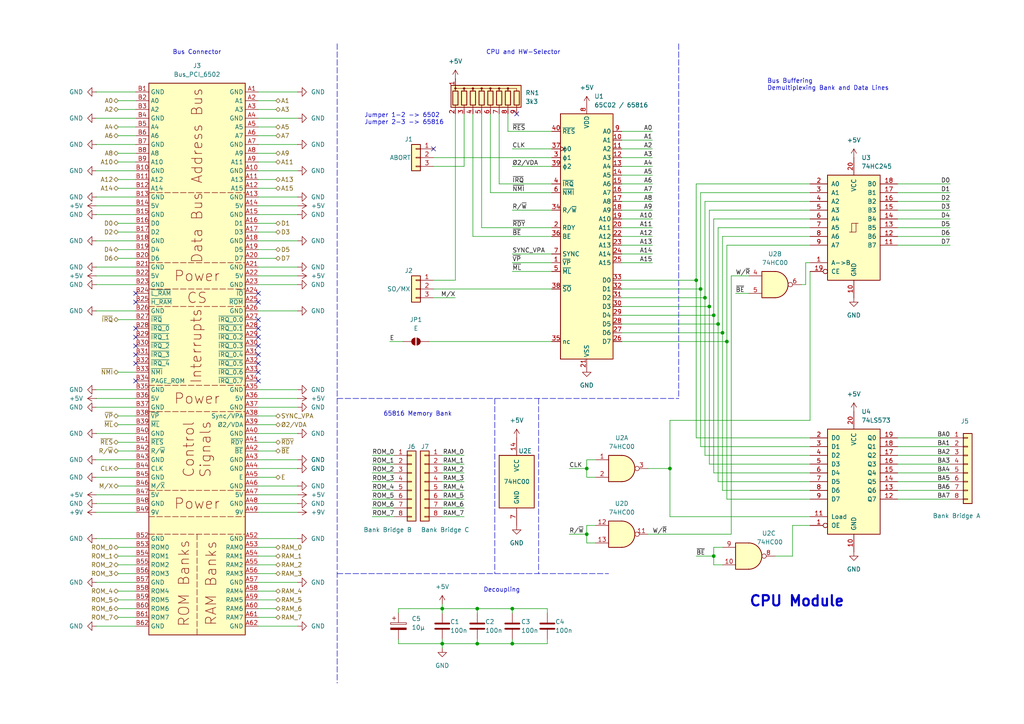
<source format=kicad_sch>
(kicad_sch (version 20231120) (generator "eeschema") (generator_version "8.0")
  (paper "A4")
  (title_block (title "S65xx Computer System") (date "2024-06-30") (rev "1.0") (company "Synthron"))
  (junction (at 210.82 99.06))
  (junction (at 170.18 135.89))
  (junction (at 209.55 96.52))
  (junction (at 138.43 186.69))
  (junction (at 204.47 86.36))
  (junction (at 208.28 93.98))
  (junction (at 205.74 88.9))
  (junction (at 128.27 176.53))
  (junction (at 201.93 81.28))
  (junction (at 207.01 161.29))
  (junction (at 203.2 83.82))
  (junction (at 170.18 154.94))
  (junction (at 138.43 176.53))
  (junction (at 207.01 91.44))
  (junction (at 128.27 186.69))
  (junction (at 148.59 186.69))
  (junction (at 148.59 176.53))
  (junction (at 194.31 135.89))
  (no_connect (at 39.37 85.09))
  (no_connect (at 39.37 100.33))
  (no_connect (at 39.37 97.79))
  (no_connect (at 39.37 95.25))
  (no_connect (at 39.37 105.41))
  (no_connect (at 39.37 110.49))
  (no_connect (at 74.93 105.41))
  (no_connect (at 39.37 102.87))
  (no_connect (at 149.86 33.02))
  (no_connect (at 74.93 87.63))
  (no_connect (at 125.73 43.18))
  (no_connect (at 74.93 102.87))
  (no_connect (at 74.93 100.33))
  (no_connect (at 74.93 107.95))
  (no_connect (at 74.93 85.09))
  (no_connect (at 74.93 92.71))
  (no_connect (at 74.93 95.25))
  (no_connect (at 74.93 97.79))
  (no_connect (at 39.37 87.63))
  (no_connect (at 74.93 110.49))
  (wire (pts (xy 142.24 55.88) (xy 142.24 33.02)))
  (wire (pts (xy 233.68 76.2) (xy 234.95 76.2)))
  (wire (pts (xy 148.59 78.74) (xy 160.02 78.74)))
  (wire (pts (xy 86.36 26.67) (xy 74.93 26.67)))
  (wire (pts (xy 189.23 73.66) (xy 180.34 73.66)))
  (wire (pts (xy 86.36 133.35) (xy 74.93 133.35)))
  (wire (pts (xy 260.35 58.42) (xy 275.59 58.42)))
  (wire (pts (xy 27.94 62.23) (xy 39.37 62.23)))
  (wire (pts (xy 34.29 54.61) (xy 39.37 54.61)))
  (wire (pts (xy 134.62 149.86) (xy 128.27 149.86)))
  (wire (pts (xy 170.18 157.48) (xy 170.18 154.94)))
  (wire (pts (xy 148.59 60.96) (xy 160.02 60.96)))
  (wire (pts (xy 80.01 44.45) (xy 74.93 44.45)))
  (wire (pts (xy 86.36 143.51) (xy 74.93 143.51)))
  (wire (pts (xy 189.23 50.8) (xy 180.34 50.8)))
  (wire (pts (xy 189.23 68.58) (xy 180.34 68.58)))
  (wire (pts (xy 107.95 142.24) (xy 114.3 142.24)))
  (polyline (pts (xy 97.79 166.37) (xy 176.53 166.37)) (stroke (width 0) (type dash)))
  (wire (pts (xy 260.35 66.04) (xy 275.59 66.04)))
  (wire (pts (xy 134.62 134.62) (xy 128.27 134.62)))
  (wire (pts (xy 34.29 31.75) (xy 39.37 31.75)))
  (wire (pts (xy 209.55 96.52) (xy 209.55 142.24)))
  (wire (pts (xy 128.27 186.69) (xy 138.43 186.69)))
  (wire (pts (xy 210.82 99.06) (xy 210.82 144.78)))
  (wire (pts (xy 34.29 29.21) (xy 39.37 29.21)))
  (wire (pts (xy 209.55 163.83) (xy 207.01 163.83)))
  (wire (pts (xy 187.96 154.94) (xy 212.09 154.94)))
  (wire (pts (xy 34.29 72.39) (xy 39.37 72.39)))
  (wire (pts (xy 86.36 77.47) (xy 74.93 77.47)))
  (wire (pts (xy 170.18 138.43) (xy 170.18 135.89)))
  (wire (pts (xy 210.82 71.12) (xy 234.95 71.12)))
  (wire (pts (xy 115.57 177.8) (xy 115.57 176.53)))
  (wire (pts (xy 260.35 127) (xy 275.59 127)))
  (wire (pts (xy 27.94 138.43) (xy 39.37 138.43)))
  (wire (pts (xy 260.35 60.96) (xy 275.59 60.96)))
  (wire (pts (xy 208.28 139.7) (xy 234.95 139.7)))
  (wire (pts (xy 194.31 135.89) (xy 194.31 149.86)))
  (wire (pts (xy 107.95 137.16) (xy 114.3 137.16)))
  (wire (pts (xy 80.01 171.45) (xy 74.93 171.45)))
  (wire (pts (xy 224.79 161.29) (xy 229.87 161.29)))
  (wire (pts (xy 34.29 44.45) (xy 39.37 44.45)))
  (wire (pts (xy 80.01 179.07) (xy 74.93 179.07)))
  (wire (pts (xy 212.09 80.01) (xy 217.17 80.01)))
  (polyline (pts (xy 196.85 12.7) (xy 196.85 115.57)) (stroke (width 0) (type dash)))
  (wire (pts (xy 80.01 64.77) (xy 74.93 64.77)))
  (wire (pts (xy 210.82 99.06) (xy 210.82 71.12)))
  (wire (pts (xy 27.94 77.47) (xy 39.37 77.47)))
  (wire (pts (xy 80.01 123.19) (xy 74.93 123.19)))
  (wire (pts (xy 170.18 138.43) (xy 172.72 138.43)))
  (wire (pts (xy 172.72 157.48) (xy 170.18 157.48)))
  (wire (pts (xy 208.28 66.04) (xy 234.95 66.04)))
  (wire (pts (xy 134.62 144.78) (xy 128.27 144.78)))
  (wire (pts (xy 189.23 40.64) (xy 180.34 40.64)))
  (wire (pts (xy 229.87 161.29) (xy 229.87 152.4)))
  (wire (pts (xy 34.29 92.71) (xy 39.37 92.71)))
  (wire (pts (xy 134.62 147.32) (xy 128.27 147.32)))
  (wire (pts (xy 128.27 186.69) (xy 128.27 187.96)))
  (wire (pts (xy 34.29 171.45) (xy 39.37 171.45)))
  (wire (pts (xy 187.96 135.89) (xy 194.31 135.89)))
  (wire (pts (xy 209.55 96.52) (xy 209.55 68.58)))
  (wire (pts (xy 201.93 81.28) (xy 201.93 127)))
  (wire (pts (xy 34.29 128.27) (xy 39.37 128.27)))
  (wire (pts (xy 107.95 132.08) (xy 114.3 132.08)))
  (polyline (pts (xy 143.51 115.57) (xy 143.51 166.37)) (stroke (width 0) (type dash)))
  (wire (pts (xy 80.01 74.93) (xy 74.93 74.93)))
  (wire (pts (xy 80.01 161.29) (xy 74.93 161.29)))
  (wire (pts (xy 34.29 135.89) (xy 39.37 135.89)))
  (wire (pts (xy 203.2 129.54) (xy 234.95 129.54)))
  (wire (pts (xy 260.35 137.16) (xy 275.59 137.16)))
  (wire (pts (xy 34.29 107.95) (xy 39.37 107.95)))
  (wire (pts (xy 125.73 45.72) (xy 160.02 45.72)))
  (wire (pts (xy 189.23 43.18) (xy 180.34 43.18)))
  (wire (pts (xy 137.16 68.58) (xy 137.16 33.02)))
  (wire (pts (xy 86.36 62.23) (xy 74.93 62.23)))
  (wire (pts (xy 80.01 120.65) (xy 74.93 120.65)))
  (wire (pts (xy 148.59 186.69) (xy 158.75 186.69)))
  (wire (pts (xy 27.94 115.57) (xy 39.37 115.57)))
  (wire (pts (xy 203.2 83.82) (xy 203.2 55.88)))
  (wire (pts (xy 27.94 26.67) (xy 39.37 26.67)))
  (wire (pts (xy 205.74 134.62) (xy 234.95 134.62)))
  (wire (pts (xy 34.29 140.97) (xy 39.37 140.97)))
  (wire (pts (xy 34.29 36.83) (xy 39.37 36.83)))
  (wire (pts (xy 207.01 91.44) (xy 207.01 137.16)))
  (wire (pts (xy 189.23 38.1) (xy 180.34 38.1)))
  (wire (pts (xy 34.29 64.77) (xy 39.37 64.77)))
  (wire (pts (xy 86.36 113.03) (xy 74.93 113.03)))
  (wire (pts (xy 80.01 52.07) (xy 74.93 52.07)))
  (wire (pts (xy 128.27 176.53) (xy 128.27 177.8)))
  (wire (pts (xy 80.01 138.43) (xy 74.93 138.43)))
  (wire (pts (xy 138.43 176.53) (xy 148.59 176.53)))
  (wire (pts (xy 201.93 81.28) (xy 201.93 53.34)))
  (wire (pts (xy 128.27 185.42) (xy 128.27 186.69)))
  (wire (pts (xy 260.35 68.58) (xy 275.59 68.58)))
  (wire (pts (xy 170.18 152.4) (xy 172.72 152.4)))
  (wire (pts (xy 34.29 74.93) (xy 39.37 74.93)))
  (wire (pts (xy 80.01 173.99) (xy 74.93 173.99)))
  (polyline (pts (xy 97.79 115.57) (xy 196.85 115.57)) (stroke (width 0) (type dash)))
  (wire (pts (xy 124.46 99.06) (xy 160.02 99.06)))
  (wire (pts (xy 205.74 88.9) (xy 205.74 60.96)))
  (wire (pts (xy 170.18 154.94) (xy 170.18 152.4)))
  (wire (pts (xy 80.01 163.83) (xy 74.93 163.83)))
  (wire (pts (xy 139.7 66.04) (xy 160.02 66.04)))
  (wire (pts (xy 80.01 31.75) (xy 74.93 31.75)))
  (wire (pts (xy 86.36 57.15) (xy 74.93 57.15)))
  (wire (pts (xy 134.62 132.08) (xy 128.27 132.08)))
  (wire (pts (xy 180.34 83.82) (xy 203.2 83.82)))
  (wire (pts (xy 158.75 186.69) (xy 158.75 185.42)))
  (wire (pts (xy 34.29 123.19) (xy 39.37 123.19)))
  (wire (pts (xy 207.01 137.16) (xy 234.95 137.16)))
  (wire (pts (xy 229.87 152.4) (xy 234.95 152.4)))
  (wire (pts (xy 34.29 67.31) (xy 39.37 67.31)))
  (wire (pts (xy 170.18 133.35) (xy 172.72 133.35)))
  (wire (pts (xy 27.94 146.05) (xy 39.37 146.05)))
  (wire (pts (xy 115.57 176.53) (xy 128.27 176.53)))
  (wire (pts (xy 27.94 133.35) (xy 39.37 133.35)))
  (wire (pts (xy 34.29 163.83) (xy 39.37 163.83)))
  (wire (pts (xy 27.94 90.17) (xy 39.37 90.17)))
  (wire (pts (xy 260.35 53.34) (xy 275.59 53.34)))
  (wire (pts (xy 34.29 176.53) (xy 39.37 176.53)))
  (wire (pts (xy 180.34 93.98) (xy 208.28 93.98)))
  (wire (pts (xy 86.36 59.69) (xy 74.93 59.69)))
  (wire (pts (xy 138.43 176.53) (xy 138.43 177.8)))
  (wire (pts (xy 148.59 176.53) (xy 158.75 176.53)))
  (wire (pts (xy 189.23 58.42) (xy 180.34 58.42)))
  (wire (pts (xy 27.94 148.59) (xy 39.37 148.59)))
  (wire (pts (xy 107.95 144.78) (xy 114.3 144.78)))
  (wire (pts (xy 80.01 130.81) (xy 74.93 130.81)))
  (wire (pts (xy 201.93 127) (xy 234.95 127)))
  (wire (pts (xy 189.23 76.2) (xy 180.34 76.2)))
  (wire (pts (xy 80.01 29.21) (xy 74.93 29.21)))
  (wire (pts (xy 132.08 81.28) (xy 132.08 33.02)))
  (wire (pts (xy 213.36 85.09) (xy 217.17 85.09)))
  (wire (pts (xy 86.36 135.89) (xy 74.93 135.89)))
  (wire (pts (xy 86.36 49.53) (xy 74.93 49.53)))
  (wire (pts (xy 125.73 83.82) (xy 160.02 83.82)))
  (wire (pts (xy 260.35 132.08) (xy 275.59 132.08)))
  (wire (pts (xy 207.01 161.29) (xy 207.01 158.75)))
  (wire (pts (xy 27.94 57.15) (xy 39.37 57.15)))
  (wire (pts (xy 86.36 156.21) (xy 74.93 156.21)))
  (wire (pts (xy 27.94 82.55) (xy 39.37 82.55)))
  (wire (pts (xy 210.82 144.78) (xy 234.95 144.78)))
  (wire (pts (xy 34.29 52.07) (xy 39.37 52.07)))
  (wire (pts (xy 125.73 86.36) (xy 132.08 86.36)))
  (wire (pts (xy 204.47 58.42) (xy 234.95 58.42)))
  (wire (pts (xy 134.62 33.02) (xy 134.62 48.26)))
  (wire (pts (xy 27.94 80.01) (xy 39.37 80.01)))
  (wire (pts (xy 260.35 134.62) (xy 275.59 134.62)))
  (wire (pts (xy 128.27 176.53) (xy 138.43 176.53)))
  (wire (pts (xy 201.93 161.29) (xy 207.01 161.29)))
  (wire (pts (xy 205.74 88.9) (xy 205.74 134.62)))
  (wire (pts (xy 107.95 149.86) (xy 114.3 149.86)))
  (wire (pts (xy 34.29 173.99) (xy 39.37 173.99)))
  (wire (pts (xy 107.95 134.62) (xy 114.3 134.62)))
  (wire (pts (xy 260.35 63.5) (xy 275.59 63.5)))
  (wire (pts (xy 107.95 147.32) (xy 114.3 147.32)))
  (wire (pts (xy 170.18 135.89) (xy 170.18 133.35)))
  (wire (pts (xy 204.47 86.36) (xy 204.47 132.08)))
  (wire (pts (xy 142.24 55.88) (xy 160.02 55.88)))
  (wire (pts (xy 80.01 67.31) (xy 74.93 67.31)))
  (wire (pts (xy 80.01 158.75) (xy 74.93 158.75)))
  (wire (pts (xy 134.62 137.16) (xy 128.27 137.16)))
  (wire (pts (xy 209.55 142.24) (xy 234.95 142.24)))
  (wire (pts (xy 260.35 55.88) (xy 275.59 55.88)))
  (wire (pts (xy 180.34 99.06) (xy 210.82 99.06)))
  (wire (pts (xy 27.94 41.91) (xy 39.37 41.91)))
  (wire (pts (xy 137.16 68.58) (xy 160.02 68.58)))
  (wire (pts (xy 138.43 186.69) (xy 148.59 186.69)))
  (wire (pts (xy 80.01 166.37) (xy 74.93 166.37)))
  (wire (pts (xy 27.94 34.29) (xy 39.37 34.29)))
  (wire (pts (xy 148.59 176.53) (xy 148.59 177.8)))
  (wire (pts (xy 205.74 60.96) (xy 234.95 60.96)))
  (wire (pts (xy 86.36 82.55) (xy 74.93 82.55)))
  (wire (pts (xy 260.35 71.12) (xy 275.59 71.12)))
  (wire (pts (xy 80.01 46.99) (xy 74.93 46.99)))
  (wire (pts (xy 207.01 91.44) (xy 207.01 63.5)))
  (wire (pts (xy 34.29 39.37) (xy 39.37 39.37)))
  (wire (pts (xy 27.94 156.21) (xy 39.37 156.21)))
  (wire (pts (xy 27.94 69.85) (xy 39.37 69.85)))
  (wire (pts (xy 208.28 93.98) (xy 208.28 66.04)))
  (wire (pts (xy 148.59 76.2) (xy 160.02 76.2)))
  (wire (pts (xy 134.62 142.24) (xy 128.27 142.24)))
  (wire (pts (xy 86.36 34.29) (xy 74.93 34.29)))
  (wire (pts (xy 203.2 83.82) (xy 203.2 129.54)))
  (wire (pts (xy 34.29 161.29) (xy 39.37 161.29)))
  (wire (pts (xy 194.31 121.92) (xy 194.31 135.89)))
  (wire (pts (xy 260.35 142.24) (xy 275.59 142.24)))
  (wire (pts (xy 260.35 129.54) (xy 275.59 129.54)))
  (wire (pts (xy 128.27 175.26) (xy 128.27 176.53)))
  (wire (pts (xy 86.36 69.85) (xy 74.93 69.85)))
  (wire (pts (xy 189.23 66.04) (xy 180.34 66.04)))
  (wire (pts (xy 34.29 166.37) (xy 39.37 166.37)))
  (wire (pts (xy 86.36 148.59) (xy 74.93 148.59)))
  (wire (pts (xy 207.01 158.75) (xy 209.55 158.75)))
  (wire (pts (xy 234.95 121.92) (xy 194.31 121.92)))
  (wire (pts (xy 27.94 125.73) (xy 39.37 125.73)))
  (wire (pts (xy 189.23 45.72) (xy 180.34 45.72)))
  (wire (pts (xy 80.01 176.53) (xy 74.93 176.53)))
  (wire (pts (xy 86.36 90.17) (xy 74.93 90.17)))
  (wire (pts (xy 207.01 163.83) (xy 207.01 161.29)))
  (wire (pts (xy 147.32 38.1) (xy 160.02 38.1)))
  (wire (pts (xy 194.31 149.86) (xy 234.95 149.86)))
  (wire (pts (xy 134.62 48.26) (xy 125.73 48.26)))
  (wire (pts (xy 134.62 139.7) (xy 128.27 139.7)))
  (wire (pts (xy 207.01 63.5) (xy 234.95 63.5)))
  (polyline (pts (xy 156.21 115.57) (xy 156.21 166.37)) (stroke (width 0) (type dash)))
  (wire (pts (xy 80.01 128.27) (xy 74.93 128.27)))
  (wire (pts (xy 86.36 41.91) (xy 74.93 41.91)))
  (wire (pts (xy 203.2 55.88) (xy 234.95 55.88)))
  (wire (pts (xy 107.95 139.7) (xy 114.3 139.7)))
  (wire (pts (xy 148.59 43.18) (xy 160.02 43.18)))
  (wire (pts (xy 86.36 140.97) (xy 74.93 140.97)))
  (wire (pts (xy 86.36 80.01) (xy 74.93 80.01)))
  (wire (pts (xy 160.02 73.66) (xy 148.59 73.66)))
  (wire (pts (xy 180.34 81.28) (xy 201.93 81.28)))
  (wire (pts (xy 86.36 118.11) (xy 74.93 118.11)))
  (wire (pts (xy 147.32 38.1) (xy 147.32 33.02)))
  (wire (pts (xy 27.94 49.53) (xy 39.37 49.53)))
  (wire (pts (xy 148.59 48.26) (xy 160.02 48.26)))
  (wire (pts (xy 34.29 46.99) (xy 39.37 46.99)))
  (wire (pts (xy 189.23 55.88) (xy 180.34 55.88)))
  (wire (pts (xy 86.36 115.57) (xy 74.93 115.57)))
  (wire (pts (xy 212.09 154.94) (xy 212.09 80.01)))
  (wire (pts (xy 86.36 181.61) (xy 74.93 181.61)))
  (wire (pts (xy 180.34 88.9) (xy 205.74 88.9)))
  (wire (pts (xy 86.36 168.91) (xy 74.93 168.91)))
  (wire (pts (xy 201.93 53.34) (xy 234.95 53.34)))
  (wire (pts (xy 232.41 82.55) (xy 233.68 82.55)))
  (wire (pts (xy 189.23 60.96) (xy 180.34 60.96)))
  (wire (pts (xy 189.23 48.26) (xy 180.34 48.26)))
  (polyline (pts (xy 97.79 12.7) (xy 97.79 198.12)) (stroke (width 0) (type dash)))
  (wire (pts (xy 165.1 135.89) (xy 170.18 135.89)))
  (wire (pts (xy 234.95 78.74) (xy 234.95 121.92)))
  (wire (pts (xy 233.68 82.55) (xy 233.68 76.2)))
  (wire (pts (xy 80.01 36.83) (xy 74.93 36.83)))
  (wire (pts (xy 86.36 146.05) (xy 74.93 146.05)))
  (wire (pts (xy 27.94 113.03) (xy 39.37 113.03)))
  (wire (pts (xy 34.29 179.07) (xy 39.37 179.07)))
  (wire (pts (xy 34.29 120.65) (xy 39.37 120.65)))
  (wire (pts (xy 27.94 59.69) (xy 39.37 59.69)))
  (wire (pts (xy 209.55 68.58) (xy 234.95 68.58)))
  (wire (pts (xy 204.47 132.08) (xy 234.95 132.08)))
  (wire (pts (xy 144.78 53.34) (xy 160.02 53.34)))
  (wire (pts (xy 189.23 53.34) (xy 180.34 53.34)))
  (wire (pts (xy 115.57 186.69) (xy 128.27 186.69)))
  (wire (pts (xy 144.78 53.34) (xy 144.78 33.02)))
  (wire (pts (xy 165.1 154.94) (xy 170.18 154.94)))
  (wire (pts (xy 80.01 54.61) (xy 74.93 54.61)))
  (wire (pts (xy 204.47 86.36) (xy 204.47 58.42)))
  (wire (pts (xy 27.94 181.61) (xy 39.37 181.61)))
  (wire (pts (xy 208.28 93.98) (xy 208.28 139.7)))
  (wire (pts (xy 27.94 143.51) (xy 39.37 143.51)))
  (wire (pts (xy 80.01 39.37) (xy 74.93 39.37)))
  (wire (pts (xy 260.35 139.7) (xy 275.59 139.7)))
  (wire (pts (xy 27.94 118.11) (xy 39.37 118.11)))
  (wire (pts (xy 125.73 81.28) (xy 132.08 81.28)))
  (wire (pts (xy 180.34 96.52) (xy 209.55 96.52)))
  (wire (pts (xy 189.23 71.12) (xy 180.34 71.12)))
  (wire (pts (xy 158.75 176.53) (xy 158.75 177.8)))
  (wire (pts (xy 148.59 185.42) (xy 148.59 186.69)))
  (wire (pts (xy 27.94 168.91) (xy 39.37 168.91)))
  (wire (pts (xy 260.35 144.78) (xy 275.59 144.78)))
  (wire (pts (xy 139.7 66.04) (xy 139.7 33.02)))
  (wire (pts (xy 180.34 91.44) (xy 207.01 91.44)))
  (wire (pts (xy 86.36 125.73) (xy 74.93 125.73)))
  (wire (pts (xy 80.01 72.39) (xy 74.93 72.39)))
  (wire (pts (xy 180.34 86.36) (xy 204.47 86.36)))
  (wire (pts (xy 113.03 99.06) (xy 116.84 99.06)))
  (wire (pts (xy 115.57 185.42) (xy 115.57 186.69)))
  (wire (pts (xy 189.23 63.5) (xy 180.34 63.5)))
  (wire (pts (xy 138.43 185.42) (xy 138.43 186.69)))
  (wire (pts (xy 34.29 130.81) (xy 39.37 130.81)))
  (wire (pts (xy 34.29 158.75) (xy 39.37 158.75)))
  (text "CPU and HW-Selector" (at 140.97 15.24 0) (effects (font (size 1.27 1.27)) (justify left)))
  (text "CPU Module" (at 217.17 174.498 0) (effects (font (size 3 3) (thickness 0.6) (bold yes)) (justify left)))
  (text "Bus Connector" (at 50.038 15.24 0) (effects (font (size 1.27 1.27)) (justify left)))
  (text "Decoupling" (at 145.542 171.196 0) (effects (font (size 1.27 1.27))))
  (text "65816 Memory Bank" (at 121.158 120.142 0) (effects (font (size 1.27 1.27))))
  (text "Jumper 1-2 -> 6502\nJumper 2-3 -> 65816" (at 105.664 34.544 0) (effects (font (size 1.27 1.27)) (justify left)))
  (text "Bus Buffering\nDemultiplexing Bank and Data Lines" (at 222.504 24.638 0) (effects (font (size 1.27 1.27)) (justify left)))
  (label "ROM_5" (at 107.95 144.78 0))
  (label "A2" (at 189.23 43.18 180))
  (label "ROM_1" (at 107.95 134.62 0))
  (label "A3" (at 189.23 45.72 180))
  (label "D7" (at 275.59 71.12 180))
  (label "BA7" (at 275.59 144.78 180))
  (label "RAM_0" (at 134.62 132.08 180))
  (label "SYNC_VPA" (at 148.59 73.66 0))
  (label "D0" (at 275.59 53.34 180))
  (label "D3" (at 275.59 60.96 180))
  (label "ROM_0" (at 107.95 132.08 0))
  (label "RAM_6" (at 134.62 147.32 180))
  (label "A10" (at 189.23 63.5 180))
  (label "A14" (at 189.23 73.66 180))
  (label "ROM_6" (at 107.95 147.32 0))
  (label "D6" (at 275.59 68.58 180))
  (label "A0" (at 189.23 38.1 180))
  (label "BA0" (at 275.59 127 180))
  (label "BA4" (at 275.59 137.16 180))
  (label "A5" (at 189.23 50.8 180))
  (label "A9" (at 189.23 60.96 180))
  (label "RAM_2" (at 134.62 137.16 180))
  (label "A13" (at 189.23 71.12 180))
  (label "~{NMI}" (at 148.59 55.88 0))
  (label "~{RDY}" (at 148.59 66.04 0))
  (label "D5" (at 275.59 66.04 180))
  (label "BA1" (at 275.59 129.54 180))
  (label "~{VP}" (at 148.59 76.2 0))
  (label "A4" (at 189.23 48.26 180))
  (label "D1" (at 275.59 55.88 180))
  (label "BA3" (at 275.59 134.62 180))
  (label "Ø2{slash}VDA" (at 148.59 48.26 0))
  (label "BA6" (at 275.59 142.24 180))
  (label "~{RES}" (at 148.59 38.1 0))
  (label "A11" (at 189.23 66.04 180))
  (label "E" (at 113.03 99.06 0))
  (label "~{BE}" (at 148.59 68.58 0))
  (label "R{slash}~{W}" (at 148.59 60.96 0))
  (label "W{slash}~{R}" (at 213.36 80.01 0))
  (label "CLK" (at 165.1 135.89 0))
  (label "A15" (at 189.23 76.2 180))
  (label "RAM_4" (at 134.62 142.24 180))
  (label "R{slash}~{W}" (at 165.1 154.94 0))
  (label "A6" (at 189.23 53.34 180))
  (label "~{BE}" (at 201.93 161.29 0))
  (label "A8" (at 189.23 58.42 180))
  (label "~{IRQ}" (at 148.59 53.34 0))
  (label "RAM_1" (at 134.62 134.62 180))
  (label "BA2" (at 275.59 132.08 180))
  (label "M{slash}X" (at 132.08 86.36 180))
  (label "A1" (at 189.23 40.64 180))
  (label "RAM_5" (at 134.62 144.78 180))
  (label "A12" (at 189.23 68.58 180))
  (label "BA5" (at 275.59 139.7 180))
  (label "ROM_3" (at 107.95 139.7 0))
  (label "~{ML}" (at 148.59 78.74 0))
  (label "ROM_2" (at 107.95 137.16 0))
  (label "ROM_4" (at 107.95 142.24 0))
  (label "~{BE}" (at 213.36 85.09 0))
  (label "RAM_3" (at 134.62 139.7 180))
  (label "W{slash}~{R}" (at 189.23 154.94 0))
  (label "ROM_7" (at 107.95 149.86 0))
  (label "D4" (at 275.59 63.5 180))
  (label "CLK" (at 148.59 43.18 0))
  (label "D2" (at 275.59 58.42 180))
  (label "A7" (at 189.23 55.88 180))
  (label "RAM_7" (at 134.62 149.86 180))
  (hierarchical_label "D7" (shape bidirectional) (at 80.01 74.93 0))
  (hierarchical_label "~{IRQ}" (shape bidirectional) (at 34.29 92.71 180))
  (hierarchical_label "CLK" (shape bidirectional) (at 34.29 135.89 180))
  (hierarchical_label "M{slash}X" (shape bidirectional) (at 34.29 140.97 180))
  (hierarchical_label "A6" (shape bidirectional) (at 34.29 39.37 180))
  (hierarchical_label "A2" (shape bidirectional) (at 34.29 31.75 180))
  (hierarchical_label "A10" (shape bidirectional) (at 34.29 46.99 180))
  (hierarchical_label "RAM_0" (shape bidirectional) (at 80.01 158.75 0))
  (hierarchical_label "A5" (shape bidirectional) (at 80.01 36.83 0))
  (hierarchical_label "A3" (shape bidirectional) (at 80.01 31.75 0))
  (hierarchical_label "A14" (shape bidirectional) (at 34.29 54.61 180))
  (hierarchical_label "E" (shape bidirectional) (at 80.01 138.43 0))
  (hierarchical_label "D3" (shape bidirectional) (at 80.01 67.31 0))
  (hierarchical_label "ROM_7" (shape bidirectional) (at 34.29 179.07 180))
  (hierarchical_label "D1" (shape bidirectional) (at 80.01 64.77 0))
  (hierarchical_label "D6" (shape bidirectional) (at 34.29 74.93 180))
  (hierarchical_label "SYNC_VPA" (shape bidirectional) (at 80.01 120.65 0))
  (hierarchical_label "~{ML}" (shape bidirectional) (at 34.29 123.19 180))
  (hierarchical_label "RAM_3" (shape bidirectional) (at 80.01 166.37 0))
  (hierarchical_label "Ø2{slash}VDA" (shape bidirectional) (at 80.01 123.19 0))
  (hierarchical_label "ROM_2" (shape bidirectional) (at 34.29 163.83 180))
  (hierarchical_label "ROM_6" (shape bidirectional) (at 34.29 176.53 180))
  (hierarchical_label "R{slash}~{W}" (shape bidirectional) (at 34.29 130.81 180))
  (hierarchical_label "ROM_1" (shape bidirectional) (at 34.29 161.29 180))
  (hierarchical_label "RAM_4" (shape bidirectional) (at 80.01 171.45 0))
  (hierarchical_label "RAM_6" (shape bidirectional) (at 80.01 176.53 0))
  (hierarchical_label "A0" (shape bidirectional) (at 34.29 29.21 180))
  (hierarchical_label "~{BE}" (shape bidirectional) (at 80.01 130.81 0))
  (hierarchical_label "A12" (shape bidirectional) (at 34.29 52.07 180))
  (hierarchical_label "RAM_1" (shape bidirectional) (at 80.01 161.29 0))
  (hierarchical_label "D0" (shape bidirectional) (at 34.29 64.77 180))
  (hierarchical_label "D5" (shape bidirectional) (at 80.01 72.39 0))
  (hierarchical_label "D2" (shape bidirectional) (at 34.29 67.31 180))
  (hierarchical_label "A11" (shape bidirectional) (at 80.01 46.99 0))
  (hierarchical_label "RAM_5" (shape bidirectional) (at 80.01 173.99 0))
  (hierarchical_label "ROM_0" (shape bidirectional) (at 34.29 158.75 180))
  (hierarchical_label "~{NMI}" (shape bidirectional) (at 34.29 107.95 180))
  (hierarchical_label "ROM_4" (shape bidirectional) (at 34.29 171.45 180))
  (hierarchical_label "ROM_3" (shape bidirectional) (at 34.29 166.37 180))
  (hierarchical_label "A8" (shape bidirectional) (at 34.29 44.45 180))
  (hierarchical_label "A1" (shape bidirectional) (at 80.01 29.21 0))
  (hierarchical_label "~{RES}" (shape bidirectional) (at 34.29 128.27 180))
  (hierarchical_label "ROM_5" (shape bidirectional) (at 34.29 173.99 180))
  (hierarchical_label "RAM_7" (shape bidirectional) (at 80.01 179.07 0))
  (hierarchical_label "A15" (shape bidirectional) (at 80.01 54.61 0))
  (hierarchical_label "~{RDY}" (shape bidirectional) (at 80.01 128.27 0))
  (hierarchical_label "A7" (shape bidirectional) (at 80.01 39.37 0))
  (hierarchical_label "A9" (shape bidirectional) (at 80.01 44.45 0))
  (hierarchical_label "~{VP}" (shape bidirectional) (at 34.29 120.65 180))
  (hierarchical_label "D4" (shape bidirectional) (at 34.29 72.39 180))
  (hierarchical_label "A4" (shape bidirectional) (at 34.29 36.83 180))
  (hierarchical_label "RAM_2" (shape bidirectional) (at 80.01 163.83 0))
  (hierarchical_label "A13" (shape bidirectional) (at 80.01 52.07 0))
  (symbol (lib_id "74xx:74HC00") (at 224.79 82.55 0) (unit 2)
    (property "Reference" "U2" (at 224.7817 73.66 0))
    (property "Value" "74HC00" (at 224.7817 76.2 0))
    (property "Footprint" "Package_DIP:DIP-14_W7.62mm" (effects (hide yes)))
    (property "Datasheet" "http://www.ti.com/lit/gpn/sn74hc00" (effects (hide yes)))
    (property "Description" "quad 2-input NAND gate" (effects (hide yes)))
  )
  (symbol (lib_id "power:GND") (at 27.94 26.67 270) (unit 1)
    (property "Reference" "#PWR04" (effects (hide yes)))
    (property "Value" "GND" (at 24.13 26.6699 90) (effects (justify right)))
    (property "Description" "Power symbol creates a global label with name \"GND\" , ground" (effects (hide yes)))
  )
  (symbol (lib_id "power:+5V") (at 132.08 22.86 0) (unit 1)
    (property "Reference" "#PWR01" (effects (hide yes)))
    (property "Value" "+5V" (at 132.08 17.78 0))
    (property "Description" "Power symbol creates a global label with name \"+5V\"" (effects (hide yes)))
  )
  (symbol (lib_id "power:GND") (at 86.36 57.15 90) (mirror x) (unit 1)
    (property "Reference" "#PWR013" (effects (hide yes)))
    (property "Value" "GND" (at 90.17 57.1499 90) (effects (justify right)))
    (property "Description" "Power symbol creates a global label with name \"GND\" , ground" (effects (hide yes)))
  )
  (symbol (lib_id "power:GND") (at 27.94 146.05 270) (unit 1)
    (property "Reference" "#PWR043" (effects (hide yes)))
    (property "Value" "GND" (at 24.13 146.0499 90) (effects (justify right)))
    (property "Description" "Power symbol creates a global label with name \"GND\" , ground" (effects (hide yes)))
  )
  (symbol (lib_id "power:GND") (at 27.94 82.55 270) (unit 1)
    (property "Reference" "#PWR024" (effects (hide yes)))
    (property "Value" "GND" (at 24.13 82.5499 90) (effects (justify right)))
    (property "Description" "Power symbol creates a global label with name \"GND\" , ground" (effects (hide yes)))
  )
  (symbol (lib_id "power:GND") (at 27.94 57.15 270) (unit 1)
    (property "Reference" "#PWR012" (effects (hide yes)))
    (property "Value" "GND" (at 24.13 57.1499 90) (effects (justify right)))
    (property "Description" "Power symbol creates a global label with name \"GND\" , ground" (effects (hide yes)))
  )
  (symbol (lib_id "power:GND") (at 27.94 156.21 270) (unit 1)
    (property "Reference" "#PWR047" (effects (hide yes)))
    (property "Value" "GND" (at 24.13 156.2099 90) (effects (justify right)))
    (property "Description" "Power symbol creates a global label with name \"GND\" , ground" (effects (hide yes)))
  )
  (symbol (lib_id "power:GND") (at 27.94 168.91 270) (unit 1)
    (property "Reference" "#PWR049" (effects (hide yes)))
    (property "Value" "GND" (at 24.13 168.9099 90) (effects (justify right)))
    (property "Description" "Power symbol creates a global label with name \"GND\" , ground" (effects (hide yes)))
  )
  (symbol (lib_id "power:GND") (at 86.36 146.05 90) (mirror x) (unit 1)
    (property "Reference" "#PWR044" (effects (hide yes)))
    (property "Value" "GND" (at 90.17 146.0499 90) (effects (justify right)))
    (property "Description" "Power symbol creates a global label with name \"GND\" , ground" (effects (hide yes)))
  )
  (symbol (lib_id "Connector_Generic:Conn_01x03") (at 120.65 83.82 0) (mirror y) (unit 1)
    (property "Reference" "J2" (at 117.348 78.486 0) (effects (justify right)))
    (property "Value" "SO/MX" (at 112.268 83.82 0) (effects (justify right)))
    (property "Footprint" "Jumper:SolderJumper-3_P1.3mm_Open_RoundedPad1.0x1.5mm_NumberLabels" (effects (hide yes)))
    (property "Description" "Generic connector, single row, 01x03, script generated (kicad-library-utils/schlib/autogen/connector/)" (effects (hide yes)))
  )
  (symbol (lib_id "74xx:74HC00") (at 180.34 154.94 0) (unit 4)
    (property "Reference" "U2" (at 180.3317 146.05 0))
    (property "Value" "74HC00" (at 180.3317 148.59 0))
    (property "Footprint" "Package_DIP:DIP-14_W7.62mm" (effects (hide yes)))
    (property "Datasheet" "http://www.ti.com/lit/gpn/sn74hc00" (effects (hide yes)))
    (property "Description" "quad 2-input NAND gate" (effects (hide yes)))
  )
  (symbol (lib_id "power:GND") (at 27.94 77.47 270) (unit 1)
    (property "Reference" "#PWR020" (effects (hide yes)))
    (property "Value" "GND" (at 24.13 77.4699 90) (effects (justify right)))
    (property "Description" "Power symbol creates a global label with name \"GND\" , ground" (effects (hide yes)))
  )
  (symbol (lib_id "power:GND") (at 86.36 41.91 90) (mirror x) (unit 1)
    (property "Reference" "#PWR09" (effects (hide yes)))
    (property "Value" "GND" (at 90.17 41.9099 90) (effects (justify right)))
    (property "Description" "Power symbol creates a global label with name \"GND\" , ground" (effects (hide yes)))
  )
  (symbol (lib_id "power:+5V") (at 86.36 80.01 270) (mirror x) (unit 1)
    (property "Reference" "#PWR023" (effects (hide yes)))
    (property "Value" "+5V" (at 90.17 80.0099 90) (effects (justify left)))
    (property "Description" "Power symbol creates a global label with name \"+5V\"" (effects (hide yes)))
  )
  (symbol (lib_id "Connector_Generic:Conn_01x08") (at 280.67 134.62 0) (unit 1)
    (property "Reference" "J5" (at 278.638 122.174 0) (effects (justify left)))
    (property "Value" "Bank Bridge A" (at 270.51 149.606 0) (effects (justify left)))
    (property "Footprint" "Connector_PinHeader_2.54mm:PinHeader_1x08_P2.54mm_Vertical" (effects (hide yes)))
    (property "Description" "Generic connector, single row, 01x08, script generated (kicad-library-utils/schlib/autogen/connector/)" (effects (hide yes)))
  )
  (symbol (lib_id "power:+9V") (at 27.94 148.59 90) (unit 1)
    (property "Reference" "#PWR045" (effects (hide yes)))
    (property "Value" "+9V" (at 24.13 148.5899 90) (effects (justify left)))
    (property "Description" "Power symbol creates a global label with name \"+9V\"" (effects (hide yes)))
  )
  (symbol (lib_id "power:GND") (at 247.65 160.02 0) (unit 1)
    (property "Reference" "#PWR056" (effects (hide yes)))
    (property "Value" "GND" (at 247.65 165.1 0))
    (property "Description" "Power symbol creates a global label with name \"GND\" , ground" (effects (hide yes)))
  )
  (symbol (lib_id "power:GND") (at 86.36 34.29 90) (mirror x) (unit 1)
    (property "Reference" "#PWR07" (effects (hide yes)))
    (property "Value" "GND" (at 90.17 34.2899 90) (effects (justify right)))
    (property "Description" "Power symbol creates a global label with name \"GND\" , ground" (effects (hide yes)))
  )
  (symbol (lib_id "power:GND") (at 149.86 152.4 0) (unit 1)
    (property "Reference" "#PWR058" (effects (hide yes)))
    (property "Value" "GND" (at 149.86 157.48 0))
    (property "Description" "Power symbol creates a global label with name \"GND\" , ground" (effects (hide yes)))
  )
  (symbol (lib_id "power:GND") (at 128.27 187.96 0) (unit 1)
    (property "Reference" "#PWR060" (effects (hide yes)))
    (property "Value" "GND" (at 128.27 193.04 0))
    (property "Description" "Power symbol creates a global label with name \"GND\" , ground" (effects (hide yes)))
  )
  (symbol (lib_id "74xx:74HC245") (at 247.65 66.04 0) (unit 1)
    (property "Reference" "U3" (at 249.8441 45.72 0) (effects (justify left)))
    (property "Value" "74HC245" (at 249.8441 48.26 0) (effects (justify left)))
    (property "Footprint" "Package_DIP:DIP-20_W7.62mm_LongPads" (effects (hide yes)))
    (property "Datasheet" "http://www.ti.com/lit/gpn/sn74HC245" (effects (hide yes)))
    (property "Description" "Octal BUS Transceivers, 3-State outputs" (effects (hide yes)))
  )
  (symbol (lib_id "power:GND") (at 27.94 138.43 270) (unit 1)
    (property "Reference" "#PWR039" (effects (hide yes)))
    (property "Value" "GND" (at 24.13 138.4299 90) (effects (justify right)))
    (property "Description" "Power symbol creates a global label with name \"GND\" , ground" (effects (hide yes)))
  )
  (symbol (lib_id "power:GND") (at 86.36 62.23 90) (mirror x) (unit 1)
    (property "Reference" "#PWR017" (effects (hide yes)))
    (property "Value" "GND" (at 90.17 62.2299 90) (effects (justify right)))
    (property "Description" "Power symbol creates a global label with name \"GND\" , ground" (effects (hide yes)))
  )
  (symbol (lib_id "power:GND") (at 86.36 82.55 90) (mirror x) (unit 1)
    (property "Reference" "#PWR025" (effects (hide yes)))
    (property "Value" "GND" (at 90.17 82.5499 90) (effects (justify right)))
    (property "Description" "Power symbol creates a global label with name \"GND\" , ground" (effects (hide yes)))
  )
  (symbol (lib_id "Device:C") (at 158.75 181.61 0) (unit 1)
    (property "Reference" "C4" (at 161.036 180.34 0) (effects (justify left)))
    (property "Value" "100n" (at 161.036 182.88 0) (effects (justify left)))
    (property "Footprint" "Capacitor_SMD:C_0805_2012Metric" (effects (hide yes)))
    (property "Description" "Unpolarized capacitor" (effects (hide yes)))
  )
  (symbol (lib_id "power:GND") (at 27.94 90.17 270) (unit 1)
    (property "Reference" "#PWR026" (effects (hide yes)))
    (property "Value" "GND" (at 24.13 90.1699 90) (effects (justify right)))
    (property "Description" "Power symbol creates a global label with name \"GND\" , ground" (effects (hide yes)))
  )
  (symbol (lib_id "Device:C") (at 148.59 181.61 0) (unit 1)
    (property "Reference" "C3" (at 151.13 180.34 0) (effects (justify left)))
    (property "Value" "100n" (at 151.13 182.88 0) (effects (justify left)))
    (property "Footprint" "Capacitor_SMD:C_0805_2012Metric" (effects (hide yes)))
    (property "Description" "Unpolarized capacitor" (effects (hide yes)))
  )
  (symbol (lib_id "power:GND") (at 86.36 113.03 90) (mirror x) (unit 1)
    (property "Reference" "#PWR029" (effects (hide yes)))
    (property "Value" "GND" (at 90.17 113.0299 90) (effects (justify right)))
    (property "Description" "Power symbol creates a global label with name \"GND\" , ground" (effects (hide yes)))
  )
  (symbol (lib_id "power:GND") (at 170.18 106.68 0) (unit 1)
    (property "Reference" "#PWR03" (effects (hide yes)))
    (property "Value" "GND" (at 170.18 111.76 0))
    (property "Description" "Power symbol creates a global label with name \"GND\" , ground" (effects (hide yes)))
  )
  (symbol (lib_id "6502:W65C02SxP") (at 170.18 68.58 0) (unit 1)
    (property "Reference" "U1" (at 172.3741 27.94 0) (effects (justify left)))
    (property "Value" "65C02 / 65816" (at 172.3741 30.48 0) (effects (justify left)))
    (property "Footprint" "Package_DIP:DIP-40_W15.24mm" (effects (hide yes)))
    (property "Datasheet" "http://www.westerndesigncenter.com/wdc/documentation/w65c02s.pdf" (effects (hide yes)))
    (property "Description" "8-bit CMOS General Purpose Microprocessor, DIP-40" (effects (hide yes)))
  )
  (symbol (lib_id "power:GND") (at 27.94 62.23 270) (unit 1)
    (property "Reference" "#PWR016" (effects (hide yes)))
    (property "Value" "GND" (at 24.13 62.2299 90) (effects (justify right)))
    (property "Description" "Power symbol creates a global label with name \"GND\" , ground" (effects (hide yes)))
  )
  (symbol (lib_id "power:+5V") (at 86.36 143.51 270) (mirror x) (unit 1)
    (property "Reference" "#PWR042" (effects (hide yes)))
    (property "Value" "+5V" (at 90.17 143.5099 90) (effects (justify left)))
    (property "Description" "Power symbol creates a global label with name \"+5V\"" (effects (hide yes)))
  )
  (symbol (lib_id "Connector_Generic:Conn_01x03") (at 120.65 45.72 0) (mirror y) (unit 1)
    (property "Reference" "J1" (at 117.348 40.386 0) (effects (justify right)))
    (property "Value" "ABORT" (at 113.03 45.72 0) (effects (justify right)))
    (property "Footprint" "Jumper:SolderJumper-3_P1.3mm_Open_RoundedPad1.0x1.5mm_NumberLabels" (effects (hide yes)))
    (property "Description" "Generic connector, single row, 01x03, script generated (kicad-library-utils/schlib/autogen/connector/)" (effects (hide yes)))
  )
  (symbol (lib_id "74xx:74LS573") (at 247.65 139.7 0) (unit 1)
    (property "Reference" "U4" (at 249.8441 119.38 0) (effects (justify left)))
    (property "Value" "74LS573" (at 249.8441 121.92 0) (effects (justify left)))
    (property "Footprint" "Package_DIP:DIP-20_W7.62mm" (effects (hide yes)))
    (property "Datasheet" "74xx/74hc573.pdf" (effects (hide yes)))
    (property "Description" "8-bit Latch 3-state outputs" (effects (hide yes)))
  )
  (symbol (lib_id "power:+5V") (at 27.94 80.01 90) (unit 1)
    (property "Reference" "#PWR022" (effects (hide yes)))
    (property "Value" "+5V" (at 24.13 80.0099 90) (effects (justify left)))
    (property "Description" "Power symbol creates a global label with name \"+5V\"" (effects (hide yes)))
  )
  (symbol (lib_id "Connector_Generic:Conn_01x08") (at 119.38 139.7 0) (unit 1)
    (property "Reference" "J6" (at 118.11 129.54 0) (effects (justify left)))
    (property "Value" "Bank Bridge B" (at 105.41 153.67 0) (effects (justify left)))
    (property "Footprint" "Connector_PinHeader_2.54mm:PinHeader_1x08_P2.54mm_Vertical" (effects (hide yes)))
    (property "Description" "Generic connector, single row, 01x08, script generated (kicad-library-utils/schlib/autogen/connector/)" (effects (hide yes)))
  )
  (symbol (lib_id "power:+5V") (at 128.27 175.26 0) (unit 1)
    (property "Reference" "#PWR059" (effects (hide yes)))
    (property "Value" "+5V" (at 128.27 170.18 0))
    (property "Description" "Power symbol creates a global label with name \"+5V\"" (effects (hide yes)))
  )
  (symbol (lib_id "power:GND") (at 86.36 168.91 90) (unit 1)
    (property "Reference" "#PWR050" (effects (hide yes)))
    (property "Value" "GND" (at 90.17 168.9101 90) (effects (justify right)))
    (property "Description" "Power symbol creates a global label with name \"GND\" , ground" (effects (hide yes)))
  )
  (symbol (lib_id "Device:C") (at 128.27 181.61 0) (unit 1)
    (property "Reference" "C1" (at 130.556 180.34 0) (effects (justify left)))
    (property "Value" "100n" (at 130.556 182.88 0) (effects (justify left)))
    (property "Footprint" "Capacitor_SMD:C_0805_2012Metric" (effects (hide yes)))
    (property "Description" "Unpolarized capacitor" (effects (hide yes)))
  )
  (symbol (lib_id "power:GND") (at 86.36 118.11 90) (mirror x) (unit 1)
    (property "Reference" "#PWR033" (effects (hide yes)))
    (property "Value" "GND" (at 90.17 118.1099 90) (effects (justify right)))
    (property "Description" "Power symbol creates a global label with name \"GND\" , ground" (effects (hide yes)))
  )
  (symbol (lib_id "Device:C_Polarized") (at 115.57 181.61 0) (unit 1)
    (property "Reference" "C5" (at 119.38 179.4509 0) (effects (justify left)))
    (property "Value" "10µ" (at 119.38 181.9909 0) (effects (justify left)))
    (property "Footprint" "Capacitor_THT:CP_Radial_D5.0mm_P2.50mm" (effects (hide yes)))
    (property "Description" "Polarized capacitor" (effects (hide yes)))
  )
  (symbol (lib_id "power:GND") (at 27.94 113.03 270) (unit 1)
    (property "Reference" "#PWR028" (effects (hide yes)))
    (property "Value" "GND" (at 24.13 113.0299 90) (effects (justify right)))
    (property "Description" "Power symbol creates a global label with name \"GND\" , ground" (effects (hide yes)))
  )
  (symbol (lib_id "74xx:74HC00") (at 149.86 139.7 0) (unit 5)
    (property "Reference" "U2" (at 150.368 130.81 0) (effects (justify left)))
    (property "Value" "74HC00" (at 146.05 139.7 0) (effects (justify left)))
    (property "Footprint" "Package_DIP:DIP-14_W7.62mm" (effects (hide yes)))
    (property "Datasheet" "http://www.ti.com/lit/gpn/sn74hc00" (effects (hide yes)))
    (property "Description" "quad 2-input NAND gate" (effects (hide yes)))
  )
  (symbol (lib_id "power:GND") (at 86.36 26.67 90) (mirror x) (unit 1)
    (property "Reference" "#PWR05" (effects (hide yes)))
    (property "Value" "GND" (at 90.17 26.6699 90) (effects (justify right)))
    (property "Description" "Power symbol creates a global label with name \"GND\" , ground" (effects (hide yes)))
  )
  (symbol (lib_id "power:GND") (at 86.36 125.73 90) (mirror x) (unit 1)
    (property "Reference" "#PWR035" (effects (hide yes)))
    (property "Value" "GND" (at 90.17 125.7299 90) (effects (justify right)))
    (property "Description" "Power symbol creates a global label with name \"GND\" , ground" (effects (hide yes)))
  )
  (symbol (lib_id "power:+5V") (at 149.86 127 0) (unit 1)
    (property "Reference" "#PWR057" (effects (hide yes)))
    (property "Value" "+5V" (at 149.86 121.92 0))
    (property "Description" "Power symbol creates a global label with name \"+5V\"" (effects (hide yes)))
  )
  (symbol (lib_id "power:GND") (at 27.94 49.53 270) (unit 1)
    (property "Reference" "#PWR010" (effects (hide yes)))
    (property "Value" "GND" (at 24.13 49.5299 90) (effects (justify right)))
    (property "Description" "Power symbol creates a global label with name \"GND\" , ground" (effects (hide yes)))
  )
  (symbol (lib_id "Connector_Generic:Conn_01x08") (at 123.19 139.7 0) (mirror y) (unit 1)
    (property "Reference" "J7" (at 124.46 129.54 0) (effects (justify left)))
    (property "Value" "Bank Bridge C" (at 136.144 153.67 0) (effects (justify left)))
    (property "Footprint" "Connector_PinHeader_2.54mm:PinHeader_1x08_P2.54mm_Vertical" (effects (hide yes)))
    (property "Description" "Generic connector, single row, 01x08, script generated (kicad-library-utils/schlib/autogen/connector/)" (effects (hide yes)))
  )
  (symbol (lib_id "power:+5V") (at 27.94 59.69 90) (unit 1)
    (property "Reference" "#PWR014" (effects (hide yes)))
    (property "Value" "+5V" (at 24.13 59.6899 90) (effects (justify left)))
    (property "Description" "Power symbol creates a global label with name \"+5V\"" (effects (hide yes)))
  )
  (symbol (lib_id "power:GND") (at 27.94 41.91 270) (unit 1)
    (property "Reference" "#PWR08" (effects (hide yes)))
    (property "Value" "GND" (at 24.13 41.9099 90) (effects (justify right)))
    (property "Description" "Power symbol creates a global label with name \"GND\" , ground" (effects (hide yes)))
  )
  (symbol (lib_id "power:GND") (at 86.36 90.17 90) (mirror x) (unit 1)
    (property "Reference" "#PWR027" (effects (hide yes)))
    (property "Value" "GND" (at 90.17 90.1699 90) (effects (justify right)))
    (property "Description" "Power symbol creates a global label with name \"GND\" , ground" (effects (hide yes)))
  )
  (symbol (lib_id "power:GND") (at 247.65 86.36 0) (unit 1)
    (property "Reference" "#PWR054" (effects (hide yes)))
    (property "Value" "GND" (at 247.65 91.44 0))
    (property "Description" "Power symbol creates a global label with name \"GND\" , ground" (effects (hide yes)))
  )
  (symbol (lib_id "power:GND") (at 86.36 77.47 90) (mirror x) (unit 1)
    (property "Reference" "#PWR021" (effects (hide yes)))
    (property "Value" "GND" (at 90.17 77.4699 90) (effects (justify right)))
    (property "Description" "Power symbol creates a global label with name \"GND\" , ground" (effects (hide yes)))
  )
  (symbol (lib_id "power:+5V") (at 27.94 115.57 90) (unit 1)
    (property "Reference" "#PWR030" (effects (hide yes)))
    (property "Value" "+5V" (at 24.13 115.5699 90) (effects (justify left)))
    (property "Description" "Power symbol creates a global label with name \"+5V\"" (effects (hide yes)))
  )
  (symbol (lib_id "6502:Bus_PCI_6502") (at 57.15 102.87 0) (unit 1)
    (property "Reference" "J3" (at 57.15 19.05 0))
    (property "Value" "Bus_PCI_6502" (at 57.15 21.59 0))
    (property "Footprint" "Connector_PCBEdge:BUS_PCI" (effects (hide yes)))
    (property "Datasheet" "http://pinouts.ru/Slots/PCI_pinout.shtml" (effects (hide yes)))
    (property "Description" "PCI bus connector for 5V cards" (effects (hide yes)))
  )
  (symbol (lib_id "power:+5V") (at 86.36 115.57 270) (mirror x) (unit 1)
    (property "Reference" "#PWR031" (effects (hide yes)))
    (property "Value" "+5V" (at 90.17 115.5699 90) (effects (justify left)))
    (property "Description" "Power symbol creates a global label with name \"+5V\"" (effects (hide yes)))
  )
  (symbol (lib_id "Device:R_Network08") (at 142.24 27.94 0) (unit 1)
    (property "Reference" "RN1" (at 152.4 26.9239 0) (effects (justify left)))
    (property "Value" "3k3" (at 152.4 29.4639 0) (effects (justify left)))
    (property "Footprint" "Resistor_THT:R_Array_SIP9" (effects (hide yes)))
    (property "Datasheet" "http://www.vishay.com/docs/31509/csc.pdf" (effects (hide yes)))
    (property "Description" "8 resistor network, star topology, bussed resistors, small symbol" (effects (hide yes)))
  )
  (symbol (lib_id "power:GND") (at 27.94 69.85 270) (unit 1)
    (property "Reference" "#PWR018" (effects (hide yes)))
    (property "Value" "GND" (at 24.13 69.8499 90) (effects (justify right)))
    (property "Description" "Power symbol creates a global label with name \"GND\" , ground" (effects (hide yes)))
  )
  (symbol (lib_id "power:GND") (at 86.36 140.97 90) (mirror x) (unit 1)
    (property "Reference" "#PWR040" (effects (hide yes)))
    (property "Value" "GND" (at 90.17 140.9699 90) (effects (justify right)))
    (property "Description" "Power symbol creates a global label with name \"GND\" , ground" (effects (hide yes)))
  )
  (symbol (lib_id "power:GND") (at 27.94 34.29 270) (unit 1)
    (property "Reference" "#PWR06" (effects (hide yes)))
    (property "Value" "GND" (at 24.13 34.2899 90) (effects (justify right)))
    (property "Description" "Power symbol creates a global label with name \"GND\" , ground" (effects (hide yes)))
  )
  (symbol (lib_id "power:GND") (at 86.36 135.89 90) (mirror x) (unit 1)
    (property "Reference" "#PWR038" (effects (hide yes)))
    (property "Value" "GND" (at 90.17 135.8899 90) (effects (justify right)))
    (property "Description" "Power symbol creates a global label with name \"GND\" , ground" (effects (hide yes)))
  )
  (symbol (lib_id "power:+5V") (at 86.36 59.69 270) (mirror x) (unit 1)
    (property "Reference" "#PWR015" (effects (hide yes)))
    (property "Value" "+5V" (at 90.17 59.6899 90) (effects (justify left)))
    (property "Description" "Power symbol creates a global label with name \"+5V\"" (effects (hide yes)))
  )
  (symbol (lib_id "power:GND") (at 27.94 125.73 270) (unit 1)
    (property "Reference" "#PWR034" (effects (hide yes)))
    (property "Value" "GND" (at 24.13 125.7299 90) (effects (justify right)))
    (property "Description" "Power symbol creates a global label with name \"GND\" , ground" (effects (hide yes)))
  )
  (symbol (lib_id "power:GND") (at 86.36 133.35 90) (mirror x) (unit 1)
    (property "Reference" "#PWR037" (effects (hide yes)))
    (property "Value" "GND" (at 90.17 133.3499 90) (effects (justify right)))
    (property "Description" "Power symbol creates a global label with name \"GND\" , ground" (effects (hide yes)))
  )
  (symbol (lib_id "power:+5V") (at 247.65 119.38 0) (unit 1)
    (property "Reference" "#PWR055" (effects (hide yes)))
    (property "Value" "+5V" (at 247.65 114.3 0))
    (property "Description" "Power symbol creates a global label with name \"+5V\"" (effects (hide yes)))
  )
  (symbol (lib_id "power:+9V") (at 86.36 148.59 270) (mirror x) (unit 1)
    (property "Reference" "#PWR046" (effects (hide yes)))
    (property "Value" "+9V" (at 90.17 148.5899 90) (effects (justify left)))
    (property "Description" "Power symbol creates a global label with name \"+9V\"" (effects (hide yes)))
  )
  (symbol (lib_id "power:GND") (at 27.94 118.11 270) (unit 1)
    (property "Reference" "#PWR032" (effects (hide yes)))
    (property "Value" "GND" (at 24.13 118.1099 90) (effects (justify right)))
    (property "Description" "Power symbol creates a global label with name \"GND\" , ground" (effects (hide yes)))
  )
  (symbol (lib_id "power:GND") (at 86.36 181.61 90) (unit 1)
    (property "Reference" "#PWR052" (effects (hide yes)))
    (property "Value" "GND" (at 90.17 181.6101 90) (effects (justify right)))
    (property "Description" "Power symbol creates a global label with name \"GND\" , ground" (effects (hide yes)))
  )
  (symbol (lib_id "power:GND") (at 86.36 69.85 90) (mirror x) (unit 1)
    (property "Reference" "#PWR019" (effects (hide yes)))
    (property "Value" "GND" (at 90.17 69.8499 90) (effects (justify right)))
    (property "Description" "Power symbol creates a global label with name \"GND\" , ground" (effects (hide yes)))
  )
  (symbol (lib_id "power:GND") (at 27.94 181.61 270) (unit 1)
    (property "Reference" "#PWR051" (effects (hide yes)))
    (property "Value" "GND" (at 24.13 181.6099 90) (effects (justify right)))
    (property "Description" "Power symbol creates a global label with name \"GND\" , ground" (effects (hide yes)))
  )
  (symbol (lib_id "power:GND") (at 86.36 156.21 90) (unit 1)
    (property "Reference" "#PWR048" (effects (hide yes)))
    (property "Value" "GND" (at 90.17 156.2101 90) (effects (justify right)))
    (property "Description" "Power symbol creates a global label with name \"GND\" , ground" (effects (hide yes)))
  )
  (symbol (lib_id "power:GND") (at 27.94 133.35 270) (unit 1)
    (property "Reference" "#PWR036" (effects (hide yes)))
    (property "Value" "GND" (at 24.13 133.3499 90) (effects (justify right)))
    (property "Description" "Power symbol creates a global label with name \"GND\" , ground" (effects (hide yes)))
  )
  (symbol (lib_id "74xx:74HC00") (at 217.17 161.29 0) (unit 3)
    (property "Reference" "U2" (at 223.012 154.686 0))
    (property "Value" "74HC00" (at 223.266 157.226 0))
    (property "Footprint" "Package_DIP:DIP-14_W7.62mm" (effects (hide yes)))
    (property "Datasheet" "http://www.ti.com/lit/gpn/sn74hc00" (effects (hide yes)))
    (property "Description" "quad 2-input NAND gate" (effects (hide yes)))
  )
  (symbol (lib_id "74xx:74HC00") (at 180.34 135.89 0) (unit 1)
    (property "Reference" "U2" (at 180.3317 127 0))
    (property "Value" "74HC00" (at 180.3317 129.54 0))
    (property "Footprint" "Package_DIP:DIP-14_W7.62mm" (effects (hide yes)))
    (property "Datasheet" "http://www.ti.com/lit/gpn/sn74hc00" (effects (hide yes)))
    (property "Description" "quad 2-input NAND gate" (effects (hide yes)))
  )
  (symbol (lib_id "Jumper:SolderJumper_2_Open") (at 120.65 99.06 0) (unit 1) (exclude_from_sim yes) (in_bom no)
    (property "Reference" "JP1" (at 120.65 92.71 0))
    (property "Value" "E" (at 120.65 95.25 0))
    (property "Footprint" "Jumper:SolderJumper-2_P1.3mm_Open_RoundedPad1.0x1.5mm" (effects (hide yes)))
    (property "Description" "Solder Jumper, 2-pole, open" (effects (hide yes)))
  )
  (symbol (lib_id "power:GND") (at 86.36 49.53 90) (mirror x) (unit 1)
    (property "Reference" "#PWR011" (effects (hide yes)))
    (property "Value" "GND" (at 90.17 49.5299 90) (effects (justify right)))
    (property "Description" "Power symbol creates a global label with name \"GND\" , ground" (effects (hide yes)))
  )
  (symbol (lib_id "power:+5V") (at 247.65 45.72 0) (unit 1)
    (property "Reference" "#PWR053" (effects (hide yes)))
    (property "Value" "+5V" (at 247.65 40.64 0))
    (property "Description" "Power symbol creates a global label with name \"+5V\"" (effects (hide yes)))
  )
  (symbol (lib_id "Device:C") (at 138.43 181.61 0) (unit 1)
    (property "Reference" "C2" (at 140.716 180.34 0) (effects (justify left)))
    (property "Value" "100n" (at 140.716 182.88 0) (effects (justify left)))
    (property "Footprint" "Capacitor_SMD:C_0805_2012Metric" (effects (hide yes)))
    (property "Description" "Unpolarized capacitor" (effects (hide yes)))
  )
  (symbol (lib_id "power:+5V") (at 170.18 30.48 0) (unit 1)
    (property "Reference" "#PWR02" (effects (hide yes)))
    (property "Value" "+5V" (at 170.18 25.4 0))
    (property "Description" "Power symbol creates a global label with name \"+5V\"" (effects (hide yes)))
  )
  (symbol (lib_id "power:+5V") (at 27.94 143.51 90) (unit 1)
    (property "Reference" "#PWR041" (effects (hide yes)))
    (property "Value" "+5V" (at 24.13 143.5099 90) (effects (justify left)))
    (property "Description" "Power symbol creates a global label with name \"+5V\"" (effects (hide yes)))
  )
)
</source>
